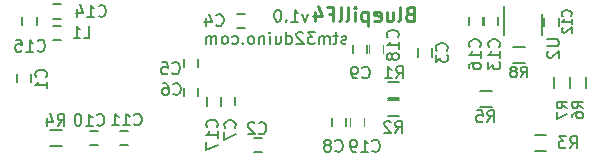
<source format=gbo>
G04 #@! TF.FileFunction,Legend,Bot*
%FSLAX46Y46*%
G04 Gerber Fmt 4.6, Leading zero omitted, Abs format (unit mm)*
G04 Created by KiCad (PCBNEW 4.0.6) date 10/14/17 17:52:05*
%MOMM*%
%LPD*%
G01*
G04 APERTURE LIST*
%ADD10C,0.150000*%
%ADD11C,0.200000*%
%ADD12C,0.250000*%
%ADD13C,0.120000*%
G04 APERTURE END LIST*
D10*
D11*
X44280981Y-19911962D02*
X44185743Y-19959581D01*
X43995267Y-19959581D01*
X43900028Y-19911962D01*
X43852409Y-19816724D01*
X43852409Y-19769105D01*
X43900028Y-19673867D01*
X43995267Y-19626248D01*
X44138124Y-19626248D01*
X44233362Y-19578629D01*
X44280981Y-19483390D01*
X44280981Y-19435771D01*
X44233362Y-19340533D01*
X44138124Y-19292914D01*
X43995267Y-19292914D01*
X43900028Y-19340533D01*
X43566695Y-19292914D02*
X43185743Y-19292914D01*
X43423838Y-18959581D02*
X43423838Y-19816724D01*
X43376219Y-19911962D01*
X43280981Y-19959581D01*
X43185743Y-19959581D01*
X42852409Y-19959581D02*
X42852409Y-19292914D01*
X42852409Y-19388152D02*
X42804790Y-19340533D01*
X42709552Y-19292914D01*
X42566694Y-19292914D01*
X42471456Y-19340533D01*
X42423837Y-19435771D01*
X42423837Y-19959581D01*
X42423837Y-19435771D02*
X42376218Y-19340533D01*
X42280980Y-19292914D01*
X42138123Y-19292914D01*
X42042885Y-19340533D01*
X41995266Y-19435771D01*
X41995266Y-19959581D01*
X41614314Y-18959581D02*
X40995266Y-18959581D01*
X41328600Y-19340533D01*
X41185742Y-19340533D01*
X41090504Y-19388152D01*
X41042885Y-19435771D01*
X40995266Y-19531010D01*
X40995266Y-19769105D01*
X41042885Y-19864343D01*
X41090504Y-19911962D01*
X41185742Y-19959581D01*
X41471457Y-19959581D01*
X41566695Y-19911962D01*
X41614314Y-19864343D01*
X40614314Y-19054819D02*
X40566695Y-19007200D01*
X40471457Y-18959581D01*
X40233361Y-18959581D01*
X40138123Y-19007200D01*
X40090504Y-19054819D01*
X40042885Y-19150057D01*
X40042885Y-19245295D01*
X40090504Y-19388152D01*
X40661933Y-19959581D01*
X40042885Y-19959581D01*
X39185742Y-19959581D02*
X39185742Y-18959581D01*
X39185742Y-19911962D02*
X39280980Y-19959581D01*
X39471457Y-19959581D01*
X39566695Y-19911962D01*
X39614314Y-19864343D01*
X39661933Y-19769105D01*
X39661933Y-19483390D01*
X39614314Y-19388152D01*
X39566695Y-19340533D01*
X39471457Y-19292914D01*
X39280980Y-19292914D01*
X39185742Y-19340533D01*
X38280980Y-19292914D02*
X38280980Y-19959581D01*
X38709552Y-19292914D02*
X38709552Y-19816724D01*
X38661933Y-19911962D01*
X38566695Y-19959581D01*
X38423837Y-19959581D01*
X38328599Y-19911962D01*
X38280980Y-19864343D01*
X37804790Y-19959581D02*
X37804790Y-19292914D01*
X37804790Y-18959581D02*
X37852409Y-19007200D01*
X37804790Y-19054819D01*
X37757171Y-19007200D01*
X37804790Y-18959581D01*
X37804790Y-19054819D01*
X37328600Y-19292914D02*
X37328600Y-19959581D01*
X37328600Y-19388152D02*
X37280981Y-19340533D01*
X37185743Y-19292914D01*
X37042885Y-19292914D01*
X36947647Y-19340533D01*
X36900028Y-19435771D01*
X36900028Y-19959581D01*
X36280981Y-19959581D02*
X36376219Y-19911962D01*
X36423838Y-19864343D01*
X36471457Y-19769105D01*
X36471457Y-19483390D01*
X36423838Y-19388152D01*
X36376219Y-19340533D01*
X36280981Y-19292914D01*
X36138123Y-19292914D01*
X36042885Y-19340533D01*
X35995266Y-19388152D01*
X35947647Y-19483390D01*
X35947647Y-19769105D01*
X35995266Y-19864343D01*
X36042885Y-19911962D01*
X36138123Y-19959581D01*
X36280981Y-19959581D01*
X35519076Y-19864343D02*
X35471457Y-19911962D01*
X35519076Y-19959581D01*
X35566695Y-19911962D01*
X35519076Y-19864343D01*
X35519076Y-19959581D01*
X34614314Y-19911962D02*
X34709552Y-19959581D01*
X34900029Y-19959581D01*
X34995267Y-19911962D01*
X35042886Y-19864343D01*
X35090505Y-19769105D01*
X35090505Y-19483390D01*
X35042886Y-19388152D01*
X34995267Y-19340533D01*
X34900029Y-19292914D01*
X34709552Y-19292914D01*
X34614314Y-19340533D01*
X34042886Y-19959581D02*
X34138124Y-19911962D01*
X34185743Y-19864343D01*
X34233362Y-19769105D01*
X34233362Y-19483390D01*
X34185743Y-19388152D01*
X34138124Y-19340533D01*
X34042886Y-19292914D01*
X33900028Y-19292914D01*
X33804790Y-19340533D01*
X33757171Y-19388152D01*
X33709552Y-19483390D01*
X33709552Y-19769105D01*
X33757171Y-19864343D01*
X33804790Y-19911962D01*
X33900028Y-19959581D01*
X34042886Y-19959581D01*
X33280981Y-19959581D02*
X33280981Y-19292914D01*
X33280981Y-19388152D02*
X33233362Y-19340533D01*
X33138124Y-19292914D01*
X32995266Y-19292914D01*
X32900028Y-19340533D01*
X32852409Y-19435771D01*
X32852409Y-19959581D01*
X32852409Y-19435771D02*
X32804790Y-19340533D01*
X32709552Y-19292914D01*
X32566695Y-19292914D01*
X32471457Y-19340533D01*
X32423838Y-19435771D01*
X32423838Y-19959581D01*
X41001771Y-17413314D02*
X40763676Y-18079981D01*
X40525580Y-17413314D01*
X39620818Y-18079981D02*
X40192247Y-18079981D01*
X39906533Y-18079981D02*
X39906533Y-17079981D01*
X40001771Y-17222838D01*
X40097009Y-17318076D01*
X40192247Y-17365695D01*
X39192247Y-17984743D02*
X39144628Y-18032362D01*
X39192247Y-18079981D01*
X39239866Y-18032362D01*
X39192247Y-17984743D01*
X39192247Y-18079981D01*
X38525581Y-17079981D02*
X38430342Y-17079981D01*
X38335104Y-17127600D01*
X38287485Y-17175219D01*
X38239866Y-17270457D01*
X38192247Y-17460933D01*
X38192247Y-17699029D01*
X38239866Y-17889505D01*
X38287485Y-17984743D01*
X38335104Y-18032362D01*
X38430342Y-18079981D01*
X38525581Y-18079981D01*
X38620819Y-18032362D01*
X38668438Y-17984743D01*
X38716057Y-17889505D01*
X38763676Y-17699029D01*
X38763676Y-17460933D01*
X38716057Y-17270457D01*
X38668438Y-17175219D01*
X38620819Y-17127600D01*
X38525581Y-17079981D01*
D12*
X49624770Y-17414886D02*
X49453341Y-17472029D01*
X49396198Y-17529171D01*
X49339055Y-17643457D01*
X49339055Y-17814886D01*
X49396198Y-17929171D01*
X49453341Y-17986314D01*
X49567627Y-18043457D01*
X50024770Y-18043457D01*
X50024770Y-16843457D01*
X49624770Y-16843457D01*
X49510484Y-16900600D01*
X49453341Y-16957743D01*
X49396198Y-17072029D01*
X49396198Y-17186314D01*
X49453341Y-17300600D01*
X49510484Y-17357743D01*
X49624770Y-17414886D01*
X50024770Y-17414886D01*
X48653341Y-18043457D02*
X48767627Y-17986314D01*
X48824770Y-17872029D01*
X48824770Y-16843457D01*
X47681913Y-17243457D02*
X47681913Y-18043457D01*
X48196199Y-17243457D02*
X48196199Y-17872029D01*
X48139056Y-17986314D01*
X48024770Y-18043457D01*
X47853342Y-18043457D01*
X47739056Y-17986314D01*
X47681913Y-17929171D01*
X46653342Y-17986314D02*
X46767628Y-18043457D01*
X46996199Y-18043457D01*
X47110485Y-17986314D01*
X47167628Y-17872029D01*
X47167628Y-17414886D01*
X47110485Y-17300600D01*
X46996199Y-17243457D01*
X46767628Y-17243457D01*
X46653342Y-17300600D01*
X46596199Y-17414886D01*
X46596199Y-17529171D01*
X47167628Y-17643457D01*
X46081914Y-17243457D02*
X46081914Y-18443457D01*
X46081914Y-17300600D02*
X45967628Y-17243457D01*
X45739057Y-17243457D01*
X45624771Y-17300600D01*
X45567628Y-17357743D01*
X45510485Y-17472029D01*
X45510485Y-17814886D01*
X45567628Y-17929171D01*
X45624771Y-17986314D01*
X45739057Y-18043457D01*
X45967628Y-18043457D01*
X46081914Y-17986314D01*
X44996200Y-18043457D02*
X44996200Y-17243457D01*
X44996200Y-16843457D02*
X45053343Y-16900600D01*
X44996200Y-16957743D01*
X44939057Y-16900600D01*
X44996200Y-16843457D01*
X44996200Y-16957743D01*
X44253342Y-18043457D02*
X44367628Y-17986314D01*
X44424771Y-17872029D01*
X44424771Y-16843457D01*
X43624771Y-18043457D02*
X43739057Y-17986314D01*
X43796200Y-17872029D01*
X43796200Y-16843457D01*
X42767629Y-17414886D02*
X43167629Y-17414886D01*
X43167629Y-18043457D02*
X43167629Y-16843457D01*
X42596200Y-16843457D01*
X41624772Y-17243457D02*
X41624772Y-18043457D01*
X41910486Y-16786314D02*
X42196201Y-17643457D01*
X41453343Y-17643457D01*
D10*
X62245800Y-17746800D02*
X62245800Y-18446800D01*
X61045800Y-17746800D02*
X61045800Y-18446800D01*
X58414600Y-21584200D02*
X59414600Y-21584200D01*
X59414600Y-20224200D02*
X58414600Y-20224200D01*
X43062600Y-26255800D02*
X43062600Y-26955800D01*
X44262600Y-26955800D02*
X44262600Y-26255800D01*
X64535600Y-23729000D02*
X64535600Y-22729000D01*
X63175600Y-22729000D02*
X63175600Y-23729000D01*
X60218000Y-29026400D02*
X61218000Y-29026400D01*
X61218000Y-27666400D02*
X60218000Y-27666400D01*
X55596600Y-25343400D02*
X56596600Y-25343400D01*
X56596600Y-23983400D02*
X55596600Y-23983400D01*
X47772000Y-24556000D02*
X48772000Y-24556000D01*
X48772000Y-23196000D02*
X47772000Y-23196000D01*
X63189400Y-23729000D02*
X63189400Y-22729000D01*
X61829400Y-22729000D02*
X61829400Y-23729000D01*
X25114200Y-28529840D02*
X25814200Y-28529840D01*
X25814200Y-27329840D02*
X25114200Y-27329840D01*
X30489600Y-23691800D02*
X30489600Y-24391800D01*
X31689600Y-24391800D02*
X31689600Y-23691800D01*
X31689600Y-21953400D02*
X31689600Y-21253400D01*
X30489600Y-21253400D02*
X30489600Y-21953400D01*
X19173000Y-28620000D02*
X20173000Y-28620000D01*
X20173000Y-27260000D02*
X19173000Y-27260000D01*
X17567200Y-23223400D02*
X17567200Y-22523400D01*
X16367200Y-22523400D02*
X16367200Y-23223400D01*
X37115800Y-27949600D02*
X36415800Y-27949600D01*
X36415800Y-29149600D02*
X37115800Y-29149600D01*
X51501600Y-21039000D02*
X51501600Y-20339000D01*
X50301600Y-20339000D02*
X50301600Y-21039000D01*
X34993400Y-18634000D02*
X35693400Y-18634000D01*
X35693400Y-17434000D02*
X34993400Y-17434000D01*
X34839200Y-25177800D02*
X34839200Y-24477800D01*
X33639200Y-24477800D02*
X33639200Y-25177800D01*
X46040600Y-20732800D02*
X46040600Y-20032800D01*
X44840600Y-20032800D02*
X44840600Y-20732800D01*
X23274200Y-27329840D02*
X22574200Y-27329840D01*
X22574200Y-28529840D02*
X23274200Y-28529840D01*
X48772000Y-24720000D02*
X47772000Y-24720000D01*
X47772000Y-26080000D02*
X48772000Y-26080000D01*
X60858000Y-17421200D02*
X60858000Y-19221200D01*
X57638000Y-19221200D02*
X57638000Y-16771200D01*
X55915000Y-17696000D02*
X55915000Y-18396000D01*
X57115000Y-18396000D02*
X57115000Y-17696000D01*
X19423200Y-17821200D02*
X20123200Y-17821200D01*
X20123200Y-16621200D02*
X19423200Y-16621200D01*
X16849800Y-17672000D02*
X16849800Y-18372000D01*
X18049800Y-18372000D02*
X18049800Y-17672000D01*
X20123200Y-18424600D02*
X19423200Y-18424600D01*
X19423200Y-19624600D02*
X20123200Y-19624600D01*
X55845000Y-18396000D02*
X55845000Y-17696000D01*
X54645000Y-17696000D02*
X54645000Y-18396000D01*
X33670800Y-25191200D02*
X33670800Y-24491200D01*
X32470800Y-24491200D02*
X32470800Y-25191200D01*
D13*
X46161400Y-20034200D02*
X46161400Y-20734200D01*
X47361400Y-20734200D02*
X47361400Y-20034200D01*
X45812000Y-26957200D02*
X45812000Y-26257200D01*
X44612000Y-26257200D02*
X44612000Y-26957200D01*
D10*
X63270171Y-17602657D02*
X63310648Y-17566943D01*
X63351124Y-17459800D01*
X63351124Y-17388371D01*
X63310648Y-17281228D01*
X63229695Y-17209800D01*
X63148743Y-17174085D01*
X62986838Y-17138371D01*
X62865410Y-17138371D01*
X62703505Y-17174085D01*
X62622552Y-17209800D01*
X62541600Y-17281228D01*
X62501124Y-17388371D01*
X62501124Y-17459800D01*
X62541600Y-17566943D01*
X62582076Y-17602657D01*
X63351124Y-18316943D02*
X63351124Y-17888371D01*
X63351124Y-18102657D02*
X62501124Y-18102657D01*
X62622552Y-18031228D01*
X62703505Y-17959800D01*
X62743981Y-17888371D01*
X62582076Y-18602657D02*
X62541600Y-18638371D01*
X62501124Y-18709800D01*
X62501124Y-18888371D01*
X62541600Y-18959800D01*
X62582076Y-18995514D01*
X62663029Y-19031229D01*
X62743981Y-19031229D01*
X62865410Y-18995514D01*
X63351124Y-18566943D01*
X63351124Y-19031229D01*
X59027200Y-22809943D02*
X59327200Y-22381371D01*
X59541485Y-22809943D02*
X59541485Y-21909943D01*
X59198628Y-21909943D01*
X59112914Y-21952800D01*
X59070057Y-21995657D01*
X59027200Y-22081371D01*
X59027200Y-22209943D01*
X59070057Y-22295657D01*
X59112914Y-22338514D01*
X59198628Y-22381371D01*
X59541485Y-22381371D01*
X58512914Y-22295657D02*
X58598628Y-22252800D01*
X58641485Y-22209943D01*
X58684342Y-22124229D01*
X58684342Y-22081371D01*
X58641485Y-21995657D01*
X58598628Y-21952800D01*
X58512914Y-21909943D01*
X58341485Y-21909943D01*
X58255771Y-21952800D01*
X58212914Y-21995657D01*
X58170057Y-22081371D01*
X58170057Y-22124229D01*
X58212914Y-22209943D01*
X58255771Y-22252800D01*
X58341485Y-22295657D01*
X58512914Y-22295657D01*
X58598628Y-22338514D01*
X58641485Y-22381371D01*
X58684342Y-22467086D01*
X58684342Y-22638514D01*
X58641485Y-22724229D01*
X58598628Y-22767086D01*
X58512914Y-22809943D01*
X58341485Y-22809943D01*
X58255771Y-22767086D01*
X58212914Y-22724229D01*
X58170057Y-22638514D01*
X58170057Y-22467086D01*
X58212914Y-22381371D01*
X58255771Y-22338514D01*
X58341485Y-22295657D01*
X43346666Y-28995643D02*
X43394285Y-29043262D01*
X43537142Y-29090881D01*
X43632380Y-29090881D01*
X43775238Y-29043262D01*
X43870476Y-28948024D01*
X43918095Y-28852786D01*
X43965714Y-28662310D01*
X43965714Y-28519452D01*
X43918095Y-28328976D01*
X43870476Y-28233738D01*
X43775238Y-28138500D01*
X43632380Y-28090881D01*
X43537142Y-28090881D01*
X43394285Y-28138500D01*
X43346666Y-28186119D01*
X42775238Y-28519452D02*
X42870476Y-28471833D01*
X42918095Y-28424214D01*
X42965714Y-28328976D01*
X42965714Y-28281357D01*
X42918095Y-28186119D01*
X42870476Y-28138500D01*
X42775238Y-28090881D01*
X42584761Y-28090881D01*
X42489523Y-28138500D01*
X42441904Y-28186119D01*
X42394285Y-28281357D01*
X42394285Y-28328976D01*
X42441904Y-28424214D01*
X42489523Y-28471833D01*
X42584761Y-28519452D01*
X42775238Y-28519452D01*
X42870476Y-28567071D01*
X42918095Y-28614690D01*
X42965714Y-28709929D01*
X42965714Y-28900405D01*
X42918095Y-28995643D01*
X42870476Y-29043262D01*
X42775238Y-29090881D01*
X42584761Y-29090881D01*
X42489523Y-29043262D01*
X42441904Y-28995643D01*
X42394285Y-28900405D01*
X42394285Y-28709929D01*
X42441904Y-28614690D01*
X42489523Y-28567071D01*
X42584761Y-28519452D01*
X64313543Y-25403800D02*
X63884971Y-25103800D01*
X64313543Y-24889515D02*
X63413543Y-24889515D01*
X63413543Y-25232372D01*
X63456400Y-25318086D01*
X63499257Y-25360943D01*
X63584971Y-25403800D01*
X63713543Y-25403800D01*
X63799257Y-25360943D01*
X63842114Y-25318086D01*
X63884971Y-25232372D01*
X63884971Y-24889515D01*
X63413543Y-26175229D02*
X63413543Y-26003800D01*
X63456400Y-25918086D01*
X63499257Y-25875229D01*
X63627829Y-25789515D01*
X63799257Y-25746658D01*
X64142114Y-25746658D01*
X64227829Y-25789515D01*
X64270686Y-25832372D01*
X64313543Y-25918086D01*
X64313543Y-26089515D01*
X64270686Y-26175229D01*
X64227829Y-26218086D01*
X64142114Y-26260943D01*
X63927829Y-26260943D01*
X63842114Y-26218086D01*
X63799257Y-26175229D01*
X63756400Y-26089515D01*
X63756400Y-25918086D01*
X63799257Y-25832372D01*
X63842114Y-25789515D01*
X63927829Y-25746658D01*
X63209466Y-28798781D02*
X63542800Y-28322590D01*
X63780895Y-28798781D02*
X63780895Y-27798781D01*
X63399942Y-27798781D01*
X63304704Y-27846400D01*
X63257085Y-27894019D01*
X63209466Y-27989257D01*
X63209466Y-28132114D01*
X63257085Y-28227352D01*
X63304704Y-28274971D01*
X63399942Y-28322590D01*
X63780895Y-28322590D01*
X62876133Y-27798781D02*
X62257085Y-27798781D01*
X62590419Y-28179733D01*
X62447561Y-28179733D01*
X62352323Y-28227352D01*
X62304704Y-28274971D01*
X62257085Y-28370210D01*
X62257085Y-28608305D01*
X62304704Y-28703543D01*
X62352323Y-28751162D01*
X62447561Y-28798781D01*
X62733276Y-28798781D01*
X62828514Y-28751162D01*
X62876133Y-28703543D01*
X56224466Y-26588981D02*
X56557800Y-26112790D01*
X56795895Y-26588981D02*
X56795895Y-25588981D01*
X56414942Y-25588981D01*
X56319704Y-25636600D01*
X56272085Y-25684219D01*
X56224466Y-25779457D01*
X56224466Y-25922314D01*
X56272085Y-26017552D01*
X56319704Y-26065171D01*
X56414942Y-26112790D01*
X56795895Y-26112790D01*
X55319704Y-25588981D02*
X55795895Y-25588981D01*
X55843514Y-26065171D01*
X55795895Y-26017552D01*
X55700657Y-25969933D01*
X55462561Y-25969933D01*
X55367323Y-26017552D01*
X55319704Y-26065171D01*
X55272085Y-26160410D01*
X55272085Y-26398505D01*
X55319704Y-26493743D01*
X55367323Y-26541362D01*
X55462561Y-26588981D01*
X55700657Y-26588981D01*
X55795895Y-26541362D01*
X55843514Y-26493743D01*
X48490166Y-22867881D02*
X48823500Y-22391690D01*
X49061595Y-22867881D02*
X49061595Y-21867881D01*
X48680642Y-21867881D01*
X48585404Y-21915500D01*
X48537785Y-21963119D01*
X48490166Y-22058357D01*
X48490166Y-22201214D01*
X48537785Y-22296452D01*
X48585404Y-22344071D01*
X48680642Y-22391690D01*
X49061595Y-22391690D01*
X47537785Y-22867881D02*
X48109214Y-22867881D01*
X47823500Y-22867881D02*
X47823500Y-21867881D01*
X47918738Y-22010738D01*
X48013976Y-22105976D01*
X48109214Y-22153595D01*
X62992743Y-25427800D02*
X62564171Y-25127800D01*
X62992743Y-24913515D02*
X62092743Y-24913515D01*
X62092743Y-25256372D01*
X62135600Y-25342086D01*
X62178457Y-25384943D01*
X62264171Y-25427800D01*
X62392743Y-25427800D01*
X62478457Y-25384943D01*
X62521314Y-25342086D01*
X62564171Y-25256372D01*
X62564171Y-24913515D01*
X62092743Y-25727800D02*
X62092743Y-26327800D01*
X62992743Y-25942086D01*
X26322257Y-26773143D02*
X26369876Y-26820762D01*
X26512733Y-26868381D01*
X26607971Y-26868381D01*
X26750829Y-26820762D01*
X26846067Y-26725524D01*
X26893686Y-26630286D01*
X26941305Y-26439810D01*
X26941305Y-26296952D01*
X26893686Y-26106476D01*
X26846067Y-26011238D01*
X26750829Y-25916000D01*
X26607971Y-25868381D01*
X26512733Y-25868381D01*
X26369876Y-25916000D01*
X26322257Y-25963619D01*
X25369876Y-26868381D02*
X25941305Y-26868381D01*
X25655591Y-26868381D02*
X25655591Y-25868381D01*
X25750829Y-26011238D01*
X25846067Y-26106476D01*
X25941305Y-26154095D01*
X24417495Y-26868381D02*
X24988924Y-26868381D01*
X24703210Y-26868381D02*
X24703210Y-25868381D01*
X24798448Y-26011238D01*
X24893686Y-26106476D01*
X24988924Y-26154095D01*
X29630666Y-24182343D02*
X29678285Y-24229962D01*
X29821142Y-24277581D01*
X29916380Y-24277581D01*
X30059238Y-24229962D01*
X30154476Y-24134724D01*
X30202095Y-24039486D01*
X30249714Y-23849010D01*
X30249714Y-23706152D01*
X30202095Y-23515676D01*
X30154476Y-23420438D01*
X30059238Y-23325200D01*
X29916380Y-23277581D01*
X29821142Y-23277581D01*
X29678285Y-23325200D01*
X29630666Y-23372819D01*
X28773523Y-23277581D02*
X28964000Y-23277581D01*
X29059238Y-23325200D01*
X29106857Y-23372819D01*
X29202095Y-23515676D01*
X29249714Y-23706152D01*
X29249714Y-24087105D01*
X29202095Y-24182343D01*
X29154476Y-24229962D01*
X29059238Y-24277581D01*
X28868761Y-24277581D01*
X28773523Y-24229962D01*
X28725904Y-24182343D01*
X28678285Y-24087105D01*
X28678285Y-23849010D01*
X28725904Y-23753771D01*
X28773523Y-23706152D01*
X28868761Y-23658533D01*
X29059238Y-23658533D01*
X29154476Y-23706152D01*
X29202095Y-23753771D01*
X29249714Y-23849010D01*
X29554466Y-22429743D02*
X29602085Y-22477362D01*
X29744942Y-22524981D01*
X29840180Y-22524981D01*
X29983038Y-22477362D01*
X30078276Y-22382124D01*
X30125895Y-22286886D01*
X30173514Y-22096410D01*
X30173514Y-21953552D01*
X30125895Y-21763076D01*
X30078276Y-21667838D01*
X29983038Y-21572600D01*
X29840180Y-21524981D01*
X29744942Y-21524981D01*
X29602085Y-21572600D01*
X29554466Y-21620219D01*
X28649704Y-21524981D02*
X29125895Y-21524981D01*
X29173514Y-22001171D01*
X29125895Y-21953552D01*
X29030657Y-21905933D01*
X28792561Y-21905933D01*
X28697323Y-21953552D01*
X28649704Y-22001171D01*
X28602085Y-22096410D01*
X28602085Y-22334505D01*
X28649704Y-22429743D01*
X28697323Y-22477362D01*
X28792561Y-22524981D01*
X29030657Y-22524981D01*
X29125895Y-22477362D01*
X29173514Y-22429743D01*
X19826266Y-26893781D02*
X20159600Y-26417590D01*
X20397695Y-26893781D02*
X20397695Y-25893781D01*
X20016742Y-25893781D01*
X19921504Y-25941400D01*
X19873885Y-25989019D01*
X19826266Y-26084257D01*
X19826266Y-26227114D01*
X19873885Y-26322352D01*
X19921504Y-26369971D01*
X20016742Y-26417590D01*
X20397695Y-26417590D01*
X18969123Y-26227114D02*
X18969123Y-26893781D01*
X19207219Y-25846162D02*
X19445314Y-26560448D01*
X18826266Y-26560448D01*
X18848343Y-22769534D02*
X18895962Y-22721915D01*
X18943581Y-22579058D01*
X18943581Y-22483820D01*
X18895962Y-22340962D01*
X18800724Y-22245724D01*
X18705486Y-22198105D01*
X18515010Y-22150486D01*
X18372152Y-22150486D01*
X18181676Y-22198105D01*
X18086438Y-22245724D01*
X17991200Y-22340962D01*
X17943581Y-22483820D01*
X17943581Y-22579058D01*
X17991200Y-22721915D01*
X18038819Y-22769534D01*
X18943581Y-23721915D02*
X18943581Y-23150486D01*
X18943581Y-23436200D02*
X17943581Y-23436200D01*
X18086438Y-23340962D01*
X18181676Y-23245724D01*
X18229295Y-23150486D01*
X36869666Y-27509743D02*
X36917285Y-27557362D01*
X37060142Y-27604981D01*
X37155380Y-27604981D01*
X37298238Y-27557362D01*
X37393476Y-27462124D01*
X37441095Y-27366886D01*
X37488714Y-27176410D01*
X37488714Y-27033552D01*
X37441095Y-26843076D01*
X37393476Y-26747838D01*
X37298238Y-26652600D01*
X37155380Y-26604981D01*
X37060142Y-26604981D01*
X36917285Y-26652600D01*
X36869666Y-26700219D01*
X36488714Y-26700219D02*
X36441095Y-26652600D01*
X36345857Y-26604981D01*
X36107761Y-26604981D01*
X36012523Y-26652600D01*
X35964904Y-26700219D01*
X35917285Y-26795457D01*
X35917285Y-26890695D01*
X35964904Y-27033552D01*
X36536333Y-27604981D01*
X35917285Y-27604981D01*
X52757343Y-20534334D02*
X52804962Y-20486715D01*
X52852581Y-20343858D01*
X52852581Y-20248620D01*
X52804962Y-20105762D01*
X52709724Y-20010524D01*
X52614486Y-19962905D01*
X52424010Y-19915286D01*
X52281152Y-19915286D01*
X52090676Y-19962905D01*
X51995438Y-20010524D01*
X51900200Y-20105762D01*
X51852581Y-20248620D01*
X51852581Y-20343858D01*
X51900200Y-20486715D01*
X51947819Y-20534334D01*
X51852581Y-20867667D02*
X51852581Y-21486715D01*
X52233533Y-21153381D01*
X52233533Y-21296239D01*
X52281152Y-21391477D01*
X52328771Y-21439096D01*
X52424010Y-21486715D01*
X52662105Y-21486715D01*
X52757343Y-21439096D01*
X52804962Y-21391477D01*
X52852581Y-21296239D01*
X52852581Y-21010524D01*
X52804962Y-20915286D01*
X52757343Y-20867667D01*
X33262866Y-18365743D02*
X33310485Y-18413362D01*
X33453342Y-18460981D01*
X33548580Y-18460981D01*
X33691438Y-18413362D01*
X33786676Y-18318124D01*
X33834295Y-18222886D01*
X33881914Y-18032410D01*
X33881914Y-17889552D01*
X33834295Y-17699076D01*
X33786676Y-17603838D01*
X33691438Y-17508600D01*
X33548580Y-17460981D01*
X33453342Y-17460981D01*
X33310485Y-17508600D01*
X33262866Y-17556219D01*
X32405723Y-17794314D02*
X32405723Y-18460981D01*
X32643819Y-17413362D02*
X32881914Y-18127648D01*
X32262866Y-18127648D01*
X34824943Y-27062134D02*
X34872562Y-27014515D01*
X34920181Y-26871658D01*
X34920181Y-26776420D01*
X34872562Y-26633562D01*
X34777324Y-26538324D01*
X34682086Y-26490705D01*
X34491610Y-26443086D01*
X34348752Y-26443086D01*
X34158276Y-26490705D01*
X34063038Y-26538324D01*
X33967800Y-26633562D01*
X33920181Y-26776420D01*
X33920181Y-26871658D01*
X33967800Y-27014515D01*
X34015419Y-27062134D01*
X33920181Y-27395467D02*
X33920181Y-28062134D01*
X34920181Y-27633562D01*
X45632666Y-22785343D02*
X45680285Y-22832962D01*
X45823142Y-22880581D01*
X45918380Y-22880581D01*
X46061238Y-22832962D01*
X46156476Y-22737724D01*
X46204095Y-22642486D01*
X46251714Y-22452010D01*
X46251714Y-22309152D01*
X46204095Y-22118676D01*
X46156476Y-22023438D01*
X46061238Y-21928200D01*
X45918380Y-21880581D01*
X45823142Y-21880581D01*
X45680285Y-21928200D01*
X45632666Y-21975819D01*
X45156476Y-22880581D02*
X44966000Y-22880581D01*
X44870761Y-22832962D01*
X44823142Y-22785343D01*
X44727904Y-22642486D01*
X44680285Y-22452010D01*
X44680285Y-22071057D01*
X44727904Y-21975819D01*
X44775523Y-21928200D01*
X44870761Y-21880581D01*
X45061238Y-21880581D01*
X45156476Y-21928200D01*
X45204095Y-21975819D01*
X45251714Y-22071057D01*
X45251714Y-22309152D01*
X45204095Y-22404390D01*
X45156476Y-22452010D01*
X45061238Y-22499629D01*
X44870761Y-22499629D01*
X44775523Y-22452010D01*
X44727904Y-22404390D01*
X44680285Y-22309152D01*
X23172657Y-26798543D02*
X23220276Y-26846162D01*
X23363133Y-26893781D01*
X23458371Y-26893781D01*
X23601229Y-26846162D01*
X23696467Y-26750924D01*
X23744086Y-26655686D01*
X23791705Y-26465210D01*
X23791705Y-26322352D01*
X23744086Y-26131876D01*
X23696467Y-26036638D01*
X23601229Y-25941400D01*
X23458371Y-25893781D01*
X23363133Y-25893781D01*
X23220276Y-25941400D01*
X23172657Y-25989019D01*
X22220276Y-26893781D02*
X22791705Y-26893781D01*
X22505991Y-26893781D02*
X22505991Y-25893781D01*
X22601229Y-26036638D01*
X22696467Y-26131876D01*
X22791705Y-26179495D01*
X21601229Y-25893781D02*
X21505990Y-25893781D01*
X21410752Y-25941400D01*
X21363133Y-25989019D01*
X21315514Y-26084257D01*
X21267895Y-26274733D01*
X21267895Y-26512829D01*
X21315514Y-26703305D01*
X21363133Y-26798543D01*
X21410752Y-26846162D01*
X21505990Y-26893781D01*
X21601229Y-26893781D01*
X21696467Y-26846162D01*
X21744086Y-26798543D01*
X21791705Y-26703305D01*
X21839324Y-26512829D01*
X21839324Y-26274733D01*
X21791705Y-26084257D01*
X21744086Y-25989019D01*
X21696467Y-25941400D01*
X21601229Y-25893781D01*
X48426666Y-27503381D02*
X48760000Y-27027190D01*
X48998095Y-27503381D02*
X48998095Y-26503381D01*
X48617142Y-26503381D01*
X48521904Y-26551000D01*
X48474285Y-26598619D01*
X48426666Y-26693857D01*
X48426666Y-26836714D01*
X48474285Y-26931952D01*
X48521904Y-26979571D01*
X48617142Y-27027190D01*
X48998095Y-27027190D01*
X48045714Y-26598619D02*
X47998095Y-26551000D01*
X47902857Y-26503381D01*
X47664761Y-26503381D01*
X47569523Y-26551000D01*
X47521904Y-26598619D01*
X47474285Y-26693857D01*
X47474285Y-26789095D01*
X47521904Y-26931952D01*
X48093333Y-27503381D01*
X47474285Y-27503381D01*
X61275981Y-19583495D02*
X62085505Y-19583495D01*
X62180743Y-19631114D01*
X62228362Y-19678733D01*
X62275981Y-19773971D01*
X62275981Y-19964448D01*
X62228362Y-20059686D01*
X62180743Y-20107305D01*
X62085505Y-20154924D01*
X61275981Y-20154924D01*
X61371219Y-20583495D02*
X61323600Y-20631114D01*
X61275981Y-20726352D01*
X61275981Y-20964448D01*
X61323600Y-21059686D01*
X61371219Y-21107305D01*
X61466457Y-21154924D01*
X61561695Y-21154924D01*
X61704552Y-21107305D01*
X62275981Y-20535876D01*
X62275981Y-21154924D01*
X57202343Y-20210543D02*
X57249962Y-20162924D01*
X57297581Y-20020067D01*
X57297581Y-19924829D01*
X57249962Y-19781971D01*
X57154724Y-19686733D01*
X57059486Y-19639114D01*
X56869010Y-19591495D01*
X56726152Y-19591495D01*
X56535676Y-19639114D01*
X56440438Y-19686733D01*
X56345200Y-19781971D01*
X56297581Y-19924829D01*
X56297581Y-20020067D01*
X56345200Y-20162924D01*
X56392819Y-20210543D01*
X57297581Y-21162924D02*
X57297581Y-20591495D01*
X57297581Y-20877209D02*
X56297581Y-20877209D01*
X56440438Y-20781971D01*
X56535676Y-20686733D01*
X56583295Y-20591495D01*
X56297581Y-21496257D02*
X56297581Y-22115305D01*
X56678533Y-21781971D01*
X56678533Y-21924829D01*
X56726152Y-22020067D01*
X56773771Y-22067686D01*
X56869010Y-22115305D01*
X57107105Y-22115305D01*
X57202343Y-22067686D01*
X57249962Y-22020067D01*
X57297581Y-21924829D01*
X57297581Y-21639114D01*
X57249962Y-21543876D01*
X57202343Y-21496257D01*
X23299657Y-17578343D02*
X23347276Y-17625962D01*
X23490133Y-17673581D01*
X23585371Y-17673581D01*
X23728229Y-17625962D01*
X23823467Y-17530724D01*
X23871086Y-17435486D01*
X23918705Y-17245010D01*
X23918705Y-17102152D01*
X23871086Y-16911676D01*
X23823467Y-16816438D01*
X23728229Y-16721200D01*
X23585371Y-16673581D01*
X23490133Y-16673581D01*
X23347276Y-16721200D01*
X23299657Y-16768819D01*
X22347276Y-17673581D02*
X22918705Y-17673581D01*
X22632991Y-17673581D02*
X22632991Y-16673581D01*
X22728229Y-16816438D01*
X22823467Y-16911676D01*
X22918705Y-16959295D01*
X21490133Y-17006914D02*
X21490133Y-17673581D01*
X21728229Y-16625962D02*
X21966324Y-17340248D01*
X21347276Y-17340248D01*
X18143457Y-20524743D02*
X18191076Y-20572362D01*
X18333933Y-20619981D01*
X18429171Y-20619981D01*
X18572029Y-20572362D01*
X18667267Y-20477124D01*
X18714886Y-20381886D01*
X18762505Y-20191410D01*
X18762505Y-20048552D01*
X18714886Y-19858076D01*
X18667267Y-19762838D01*
X18572029Y-19667600D01*
X18429171Y-19619981D01*
X18333933Y-19619981D01*
X18191076Y-19667600D01*
X18143457Y-19715219D01*
X17191076Y-20619981D02*
X17762505Y-20619981D01*
X17476791Y-20619981D02*
X17476791Y-19619981D01*
X17572029Y-19762838D01*
X17667267Y-19858076D01*
X17762505Y-19905695D01*
X16286314Y-19619981D02*
X16762505Y-19619981D01*
X16810124Y-20096171D01*
X16762505Y-20048552D01*
X16667267Y-20000933D01*
X16429171Y-20000933D01*
X16333933Y-20048552D01*
X16286314Y-20096171D01*
X16238695Y-20191410D01*
X16238695Y-20429505D01*
X16286314Y-20524743D01*
X16333933Y-20572362D01*
X16429171Y-20619981D01*
X16667267Y-20619981D01*
X16762505Y-20572362D01*
X16810124Y-20524743D01*
X22036066Y-19451581D02*
X22512257Y-19451581D01*
X22512257Y-18451581D01*
X21178923Y-19451581D02*
X21750352Y-19451581D01*
X21464638Y-19451581D02*
X21464638Y-18451581D01*
X21559876Y-18594438D01*
X21655114Y-18689676D01*
X21750352Y-18737295D01*
X55551343Y-20210543D02*
X55598962Y-20162924D01*
X55646581Y-20020067D01*
X55646581Y-19924829D01*
X55598962Y-19781971D01*
X55503724Y-19686733D01*
X55408486Y-19639114D01*
X55218010Y-19591495D01*
X55075152Y-19591495D01*
X54884676Y-19639114D01*
X54789438Y-19686733D01*
X54694200Y-19781971D01*
X54646581Y-19924829D01*
X54646581Y-20020067D01*
X54694200Y-20162924D01*
X54741819Y-20210543D01*
X55646581Y-21162924D02*
X55646581Y-20591495D01*
X55646581Y-20877209D02*
X54646581Y-20877209D01*
X54789438Y-20781971D01*
X54884676Y-20686733D01*
X54932295Y-20591495D01*
X54646581Y-22020067D02*
X54646581Y-21829590D01*
X54694200Y-21734352D01*
X54741819Y-21686733D01*
X54884676Y-21591495D01*
X55075152Y-21543876D01*
X55456105Y-21543876D01*
X55551343Y-21591495D01*
X55598962Y-21639114D01*
X55646581Y-21734352D01*
X55646581Y-21924829D01*
X55598962Y-22020067D01*
X55551343Y-22067686D01*
X55456105Y-22115305D01*
X55218010Y-22115305D01*
X55122771Y-22067686D01*
X55075152Y-22020067D01*
X55027533Y-21924829D01*
X55027533Y-21734352D01*
X55075152Y-21639114D01*
X55122771Y-21591495D01*
X55218010Y-21543876D01*
X33300943Y-26992343D02*
X33348562Y-26944724D01*
X33396181Y-26801867D01*
X33396181Y-26706629D01*
X33348562Y-26563771D01*
X33253324Y-26468533D01*
X33158086Y-26420914D01*
X32967610Y-26373295D01*
X32824752Y-26373295D01*
X32634276Y-26420914D01*
X32539038Y-26468533D01*
X32443800Y-26563771D01*
X32396181Y-26706629D01*
X32396181Y-26801867D01*
X32443800Y-26944724D01*
X32491419Y-26992343D01*
X33396181Y-27944724D02*
X33396181Y-27373295D01*
X33396181Y-27659009D02*
X32396181Y-27659009D01*
X32539038Y-27563771D01*
X32634276Y-27468533D01*
X32681895Y-27373295D01*
X32396181Y-28278057D02*
X32396181Y-28944724D01*
X33396181Y-28516152D01*
X48617143Y-19423143D02*
X48664762Y-19375524D01*
X48712381Y-19232667D01*
X48712381Y-19137429D01*
X48664762Y-18994571D01*
X48569524Y-18899333D01*
X48474286Y-18851714D01*
X48283810Y-18804095D01*
X48140952Y-18804095D01*
X47950476Y-18851714D01*
X47855238Y-18899333D01*
X47760000Y-18994571D01*
X47712381Y-19137429D01*
X47712381Y-19232667D01*
X47760000Y-19375524D01*
X47807619Y-19423143D01*
X48712381Y-20375524D02*
X48712381Y-19804095D01*
X48712381Y-20089809D02*
X47712381Y-20089809D01*
X47855238Y-19994571D01*
X47950476Y-19899333D01*
X47998095Y-19804095D01*
X48140952Y-20946952D02*
X48093333Y-20851714D01*
X48045714Y-20804095D01*
X47950476Y-20756476D01*
X47902857Y-20756476D01*
X47807619Y-20804095D01*
X47760000Y-20851714D01*
X47712381Y-20946952D01*
X47712381Y-21137429D01*
X47760000Y-21232667D01*
X47807619Y-21280286D01*
X47902857Y-21327905D01*
X47950476Y-21327905D01*
X48045714Y-21280286D01*
X48093333Y-21232667D01*
X48140952Y-21137429D01*
X48140952Y-20946952D01*
X48188571Y-20851714D01*
X48236190Y-20804095D01*
X48331429Y-20756476D01*
X48521905Y-20756476D01*
X48617143Y-20804095D01*
X48664762Y-20851714D01*
X48712381Y-20946952D01*
X48712381Y-21137429D01*
X48664762Y-21232667D01*
X48617143Y-21280286D01*
X48521905Y-21327905D01*
X48331429Y-21327905D01*
X48236190Y-21280286D01*
X48188571Y-21232667D01*
X48140952Y-21137429D01*
X46489857Y-28995643D02*
X46537476Y-29043262D01*
X46680333Y-29090881D01*
X46775571Y-29090881D01*
X46918429Y-29043262D01*
X47013667Y-28948024D01*
X47061286Y-28852786D01*
X47108905Y-28662310D01*
X47108905Y-28519452D01*
X47061286Y-28328976D01*
X47013667Y-28233738D01*
X46918429Y-28138500D01*
X46775571Y-28090881D01*
X46680333Y-28090881D01*
X46537476Y-28138500D01*
X46489857Y-28186119D01*
X45537476Y-29090881D02*
X46108905Y-29090881D01*
X45823191Y-29090881D02*
X45823191Y-28090881D01*
X45918429Y-28233738D01*
X46013667Y-28328976D01*
X46108905Y-28376595D01*
X45061286Y-29090881D02*
X44870810Y-29090881D01*
X44775571Y-29043262D01*
X44727952Y-28995643D01*
X44632714Y-28852786D01*
X44585095Y-28662310D01*
X44585095Y-28281357D01*
X44632714Y-28186119D01*
X44680333Y-28138500D01*
X44775571Y-28090881D01*
X44966048Y-28090881D01*
X45061286Y-28138500D01*
X45108905Y-28186119D01*
X45156524Y-28281357D01*
X45156524Y-28519452D01*
X45108905Y-28614690D01*
X45061286Y-28662310D01*
X44966048Y-28709929D01*
X44775571Y-28709929D01*
X44680333Y-28662310D01*
X44632714Y-28614690D01*
X44585095Y-28519452D01*
M02*

</source>
